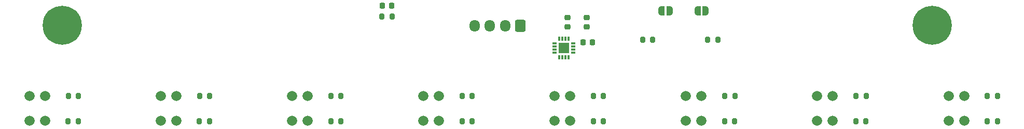
<source format=gbr>
%TF.GenerationSoftware,KiCad,Pcbnew,8.0.4*%
%TF.CreationDate,2025-01-27T21:26:07+00:00*%
%TF.ProjectId,Line Follower,4c696e65-2046-46f6-9c6c-6f7765722e6b,rev?*%
%TF.SameCoordinates,Original*%
%TF.FileFunction,Soldermask,Top*%
%TF.FilePolarity,Negative*%
%FSLAX46Y46*%
G04 Gerber Fmt 4.6, Leading zero omitted, Abs format (unit mm)*
G04 Created by KiCad (PCBNEW 8.0.4) date 2025-01-27 21:26:07*
%MOMM*%
%LPD*%
G01*
G04 APERTURE LIST*
G04 Aperture macros list*
%AMRoundRect*
0 Rectangle with rounded corners*
0 $1 Rounding radius*
0 $2 $3 $4 $5 $6 $7 $8 $9 X,Y pos of 4 corners*
0 Add a 4 corners polygon primitive as box body*
4,1,4,$2,$3,$4,$5,$6,$7,$8,$9,$2,$3,0*
0 Add four circle primitives for the rounded corners*
1,1,$1+$1,$2,$3*
1,1,$1+$1,$4,$5*
1,1,$1+$1,$6,$7*
1,1,$1+$1,$8,$9*
0 Add four rect primitives between the rounded corners*
20,1,$1+$1,$2,$3,$4,$5,0*
20,1,$1+$1,$4,$5,$6,$7,0*
20,1,$1+$1,$6,$7,$8,$9,0*
20,1,$1+$1,$8,$9,$2,$3,0*%
%AMFreePoly0*
4,1,19,0.000000,0.744911,0.071157,0.744911,0.207708,0.704816,0.327430,0.627875,0.420627,0.520320,0.479746,0.390866,0.500000,0.250000,0.500000,-0.250000,0.479746,-0.390866,0.420627,-0.520320,0.327430,-0.627875,0.207708,-0.704816,0.071157,-0.744911,0.000000,-0.744911,0.000000,-0.750000,-0.500000,-0.750000,-0.500000,0.750000,0.000000,0.750000,0.000000,0.744911,0.000000,0.744911,
$1*%
%AMFreePoly1*
4,1,19,0.500000,-0.750000,0.000000,-0.750000,0.000000,-0.744911,-0.071157,-0.744911,-0.207708,-0.704816,-0.327430,-0.627875,-0.420627,-0.520320,-0.479746,-0.390866,-0.500000,-0.250000,-0.500000,0.250000,-0.479746,0.390866,-0.420627,0.520320,-0.327430,0.627875,-0.207708,0.704816,-0.071157,0.744911,0.000000,0.744911,0.000000,0.750000,0.500000,0.750000,0.500000,-0.750000,0.500000,-0.750000,
$1*%
G04 Aperture macros list end*
%ADD10RoundRect,0.200000X0.200000X0.275000X-0.200000X0.275000X-0.200000X-0.275000X0.200000X-0.275000X0*%
%ADD11RoundRect,0.218750X-0.218750X-0.256250X0.218750X-0.256250X0.218750X0.256250X-0.218750X0.256250X0*%
%ADD12FreePoly0,180.000000*%
%ADD13FreePoly1,180.000000*%
%ADD14C,1.665000*%
%ADD15RoundRect,0.225000X0.250000X-0.225000X0.250000X0.225000X-0.250000X0.225000X-0.250000X-0.225000X0*%
%ADD16RoundRect,0.250000X0.600000X0.725000X-0.600000X0.725000X-0.600000X-0.725000X0.600000X-0.725000X0*%
%ADD17O,1.700000X1.950000*%
%ADD18R,0.300000X0.800000*%
%ADD19R,0.800000X0.300000*%
%ADD20R,1.760000X1.760000*%
%ADD21RoundRect,0.200000X-0.200000X-0.275000X0.200000X-0.275000X0.200000X0.275000X-0.200000X0.275000X0*%
%ADD22C,0.800000*%
%ADD23C,6.400000*%
%ADD24RoundRect,0.225000X-0.225000X-0.250000X0.225000X-0.250000X0.225000X0.250000X-0.225000X0.250000X0*%
G04 APERTURE END LIST*
D10*
%TO.C,R17*%
X132262500Y-79600000D03*
X130612500Y-79600000D03*
%TD*%
D11*
%TO.C,D1*%
X130650000Y-77850000D03*
X132225000Y-77850000D03*
%TD*%
D12*
%TO.C,JP1*%
X176225000Y-78700000D03*
D13*
X177525000Y-78700000D03*
%TD*%
D12*
%TO.C,JP2*%
X182125000Y-78700000D03*
D13*
X183425000Y-78700000D03*
%TD*%
D10*
%TO.C,R13*%
X209619997Y-92700000D03*
X207969997Y-92700000D03*
%TD*%
D14*
%TO.C,LED1*%
X73074287Y-96750000D03*
X75614287Y-96750000D03*
X75614287Y-92650000D03*
X73074287Y-92650000D03*
%TD*%
D15*
%TO.C,C1*%
X160900000Y-81325000D03*
X160900000Y-79775000D03*
%TD*%
D16*
%TO.C,J1*%
X153200000Y-81150000D03*
D17*
X150700000Y-81150000D03*
X148200000Y-81150000D03*
X145700000Y-81150000D03*
%TD*%
D10*
%TO.C,R7*%
X145334284Y-92700000D03*
X143684284Y-92700000D03*
%TD*%
%TO.C,R12*%
X188177142Y-96800000D03*
X186527142Y-96800000D03*
%TD*%
D18*
%TO.C,U1*%
X159550000Y-86300000D03*
X160050000Y-86300000D03*
X160550000Y-86300000D03*
X161050000Y-86300000D03*
D19*
X161800000Y-85550000D03*
X161800000Y-85050000D03*
X161800000Y-84550000D03*
X161800000Y-84050000D03*
D18*
X161050000Y-83300000D03*
X160550000Y-83300000D03*
X160050000Y-83300000D03*
X159550000Y-83300000D03*
D19*
X158800000Y-84050000D03*
X158800000Y-84550000D03*
X158800000Y-85050000D03*
X158800000Y-85550000D03*
D20*
X160300000Y-84800000D03*
%TD*%
D15*
%TO.C,C3*%
X164000000Y-81325000D03*
X164000000Y-79775000D03*
%TD*%
D21*
%TO.C,R18*%
X174775000Y-83450000D03*
X173125000Y-83450000D03*
%TD*%
D14*
%TO.C,LED4*%
X137360000Y-96750000D03*
X139900000Y-96750000D03*
X139900000Y-92650000D03*
X137360000Y-92650000D03*
%TD*%
%TO.C,LED6*%
X180217142Y-96750000D03*
X182757142Y-96750000D03*
X182757142Y-92650000D03*
X180217142Y-92650000D03*
%TD*%
D10*
%TO.C,R5*%
X123905713Y-92700000D03*
X122255713Y-92700000D03*
%TD*%
%TO.C,R1*%
X81048571Y-92700000D03*
X79398571Y-92700000D03*
%TD*%
D14*
%TO.C,LED8*%
X223074287Y-96750000D03*
X225614287Y-96750000D03*
X225614287Y-92650000D03*
X223074287Y-92650000D03*
%TD*%
D21*
%TO.C,R19*%
X185425000Y-83450000D03*
X183775000Y-83450000D03*
%TD*%
D22*
%TO.C,H2*%
X218000000Y-81050000D03*
X218702944Y-79352944D03*
X218702944Y-82747056D03*
X220400000Y-78650000D03*
D23*
X220400000Y-81050000D03*
D22*
X220400000Y-83450000D03*
X222097056Y-79352944D03*
X222097056Y-82747056D03*
X222800000Y-81050000D03*
%TD*%
D10*
%TO.C,R10*%
X166748571Y-96800000D03*
X165098571Y-96800000D03*
%TD*%
D14*
%TO.C,LED2*%
X94502858Y-96750000D03*
X97042858Y-96750000D03*
X97042858Y-92650000D03*
X94502858Y-92650000D03*
%TD*%
D10*
%TO.C,R9*%
X166762855Y-92700000D03*
X165112855Y-92700000D03*
%TD*%
%TO.C,R11*%
X188191426Y-92700000D03*
X186541426Y-92700000D03*
%TD*%
%TO.C,R15*%
X231048571Y-92700000D03*
X229398571Y-92700000D03*
%TD*%
%TO.C,R3*%
X102477142Y-92700000D03*
X100827142Y-92700000D03*
%TD*%
D14*
%TO.C,LED7*%
X201645713Y-96750000D03*
X204185713Y-96750000D03*
X204185713Y-92650000D03*
X201645713Y-92650000D03*
%TD*%
D10*
%TO.C,R2*%
X81034287Y-96800000D03*
X79384287Y-96800000D03*
%TD*%
D24*
%TO.C,C2*%
X163425000Y-83850000D03*
X164975000Y-83850000D03*
%TD*%
D22*
%TO.C,H1*%
X76050000Y-81050000D03*
X76752944Y-79352944D03*
X76752944Y-82747056D03*
X78450000Y-78650000D03*
D23*
X78450000Y-81050000D03*
D22*
X78450000Y-83450000D03*
X80147056Y-79352944D03*
X80147056Y-82747056D03*
X80850000Y-81050000D03*
%TD*%
D10*
%TO.C,R14*%
X209605713Y-96800000D03*
X207955713Y-96800000D03*
%TD*%
%TO.C,R16*%
X231034287Y-96800000D03*
X229384287Y-96800000D03*
%TD*%
D14*
%TO.C,LED3*%
X115931429Y-96750000D03*
X118471429Y-96750000D03*
X118471429Y-92650000D03*
X115931429Y-92650000D03*
%TD*%
D10*
%TO.C,R6*%
X123891429Y-96800000D03*
X122241429Y-96800000D03*
%TD*%
%TO.C,R8*%
X145320000Y-96800000D03*
X143670000Y-96800000D03*
%TD*%
D14*
%TO.C,LED5*%
X158788571Y-96750000D03*
X161328571Y-96750000D03*
X161328571Y-92650000D03*
X158788571Y-92650000D03*
%TD*%
D10*
%TO.C,R4*%
X102462858Y-96800000D03*
X100812858Y-96800000D03*
%TD*%
M02*

</source>
